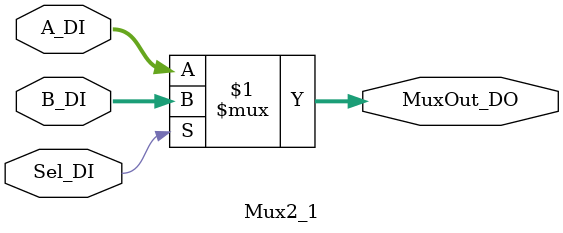
<source format=v>
/*
 * Mux2_1.v
 * 2:1 Mux of variable data width
 *
 * Author: Gregory George
 * Last update: May 5, 2021
 */

module Mux2_1
#(
   parameter DATA_WIDTH = 7   //Number of bits for inputs and outputs
 )
 (   
   input [DATA_WIDTH-1:0] A_DI,    // 1st input
   input [DATA_WIDTH-1:0] B_DI,    // 2nd input
   input                  Sel_DI,  // Select bit  
   
   output [DATA_WIDTH-1:0] MuxOut_DO // Muxed output
 );
 
 assign MuxOut_DO = Sel_DI ? B_DI : A_DI;

endmodule

</source>
